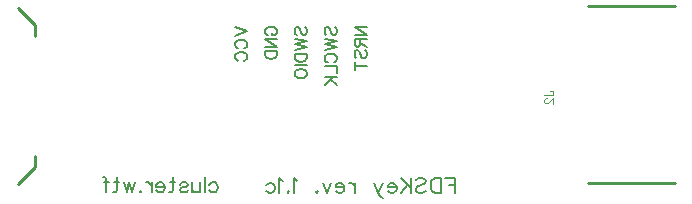
<source format=gbr>
G04 DipTrace 4.3.0.3*
G04 BottomSilk.gbr*
%MOIN*%
G04 #@! TF.FileFunction,Legend,Bot*
G04 #@! TF.Part,Single*
%ADD10C,0.009843*%
%ADD65C,0.00772*%
%ADD66C,0.006176*%
%ADD67C,0.004632*%
%FSLAX26Y26*%
G04*
G70*
G90*
G75*
G01*
G04 BotSilk*
%LPD*%
X740576Y1042570D2*
D10*
X796825Y986320D1*
X740576Y457333D2*
X796825Y513584D1*
Y948820D2*
Y986320D1*
Y513584D2*
Y551084D1*
X2641684Y1050148D2*
X2929085D1*
X2641684Y459597D2*
X2929085D1*
X2164627Y476645D2*
D65*
X2195744D1*
Y426405D1*
Y452713D2*
X2176621D1*
X2149188Y476645D2*
Y426405D1*
X2132441D1*
X2125256Y428837D1*
X2120448Y433590D1*
X2118071Y438398D1*
X2115694Y445528D1*
Y457522D1*
X2118071Y464707D1*
X2120448Y469460D1*
X2125256Y474268D1*
X2132441Y476645D1*
X2149188D1*
X2066762Y469460D2*
X2071515Y474268D1*
X2078700Y476645D1*
X2088262D1*
X2095447Y474268D1*
X2100255Y469460D1*
Y464707D1*
X2097823Y459898D1*
X2095447Y457522D1*
X2090694Y455145D1*
X2076323Y450337D1*
X2071515Y447960D1*
X2069138Y445528D1*
X2066762Y440775D1*
Y433590D1*
X2071515Y428837D1*
X2078700Y426405D1*
X2088262D1*
X2095447Y428837D1*
X2100255Y433590D1*
X2051323Y476645D2*
Y426405D1*
X2017829Y476645D2*
X2051323Y443152D1*
X2039384Y455145D2*
X2017829Y426405D1*
X2002390Y445528D2*
X1973705D1*
Y450337D1*
X1976082Y455145D1*
X1978458Y457522D1*
X1983267Y459898D1*
X1990452D1*
X1995205Y457522D1*
X2000013Y452713D1*
X2002390Y445528D1*
Y440775D1*
X2000013Y433590D1*
X1995205Y428837D1*
X1990452Y426405D1*
X1983267D1*
X1978458Y428837D1*
X1973705Y433590D1*
X1955834Y459898D2*
X1941519Y426405D1*
X1946272Y416843D1*
X1951081Y412035D1*
X1955834Y409658D1*
X1958266D1*
X1927149Y459898D2*
X1941519Y426405D1*
X1863109Y459898D2*
Y426405D1*
Y445528D2*
X1860677Y452713D1*
X1855924Y457522D1*
X1851115Y459898D1*
X1843930D1*
X1828491Y445528D2*
X1799806D1*
Y450337D1*
X1802183Y455145D1*
X1804559Y457522D1*
X1809368Y459898D1*
X1816553D1*
X1821306Y457522D1*
X1826115Y452713D1*
X1828491Y445528D1*
Y440775D1*
X1826115Y433590D1*
X1821306Y428837D1*
X1816553Y426405D1*
X1809368D1*
X1804559Y428837D1*
X1799806Y433590D1*
X1784367Y459898D2*
X1769997Y426405D1*
X1755682Y459898D1*
X1737866Y431213D2*
X1740243Y428782D1*
X1737866Y426405D1*
X1735434Y428782D1*
X1737866Y431213D1*
X1671394Y467028D2*
X1666586Y469460D1*
X1659401Y476590D1*
Y426405D1*
X1641585Y431213D2*
X1643962Y428782D1*
X1641585Y426405D1*
X1639153Y428782D1*
X1641585Y431213D1*
X1623714Y467028D2*
X1618905Y469460D1*
X1611720Y476590D1*
Y426405D1*
X1567541Y452713D2*
X1572349Y457522D1*
X1577158Y459898D1*
X1584288D1*
X1589096Y457522D1*
X1593849Y452713D1*
X1596281Y445528D1*
Y440775D1*
X1593849Y433590D1*
X1589096Y428837D1*
X1584288Y426405D1*
X1577158D1*
X1572349Y428837D1*
X1567541Y433590D1*
X1378965Y454263D2*
X1383774Y459072D1*
X1388582Y461448D1*
X1395712D1*
X1400521Y459072D1*
X1405274Y454263D1*
X1407706Y447078D1*
Y442325D1*
X1405274Y435140D1*
X1400521Y430387D1*
X1395712Y427955D1*
X1388582D1*
X1383774Y430387D1*
X1378965Y435140D1*
X1363526Y478195D2*
Y427955D1*
X1348087Y461448D2*
Y437516D1*
X1345710Y430387D1*
X1340902Y427955D1*
X1333717D1*
X1328964Y430387D1*
X1321779Y437516D1*
Y461448D2*
Y427955D1*
X1280031Y454263D2*
X1282408Y459072D1*
X1289593Y461448D1*
X1296778D1*
X1303963Y459072D1*
X1306339Y454263D1*
X1303963Y449510D1*
X1299154Y447078D1*
X1287216Y444702D1*
X1282408Y442325D1*
X1280031Y437516D1*
Y435140D1*
X1282408Y430387D1*
X1289593Y427955D1*
X1296778D1*
X1303963Y430387D1*
X1306339Y435140D1*
X1257407Y478195D2*
Y437516D1*
X1255030Y430387D1*
X1250222Y427955D1*
X1245469D1*
X1264592Y461448D2*
X1247845D1*
X1230029Y447078D2*
X1201344D1*
Y451887D1*
X1203721Y456695D1*
X1206098Y459072D1*
X1210906Y461448D1*
X1218091D1*
X1222844Y459072D1*
X1227653Y454263D1*
X1230029Y447078D1*
Y442325D1*
X1227653Y435140D1*
X1222844Y430387D1*
X1218091Y427955D1*
X1210906D1*
X1206098Y430387D1*
X1201344Y435140D1*
X1185905Y461448D2*
Y427955D1*
Y447078D2*
X1183473Y454263D1*
X1178720Y459072D1*
X1173912Y461448D1*
X1166727D1*
X1148911Y432763D2*
X1151287Y430331D1*
X1148911Y427955D1*
X1146479Y430331D1*
X1148911Y432763D1*
X1131040Y461448D2*
X1121478Y427955D1*
X1111916Y461448D1*
X1102355Y427955D1*
X1092793Y461448D1*
X1070169Y478195D2*
Y437516D1*
X1067792Y430387D1*
X1062984Y427955D1*
X1058231D1*
X1077354Y461448D2*
X1060607D1*
X1023668Y478195D2*
X1028421D1*
X1033230Y475818D1*
X1035606Y468633D1*
Y427955D1*
X1042791Y461448D2*
X1026045D1*
X1464133Y980343D2*
D66*
X1504325Y965044D1*
X1464133Y949746D1*
X1473683Y908698D2*
X1469881Y910600D1*
X1466034Y914446D1*
X1464133Y918249D1*
Y925898D1*
X1466034Y929745D1*
X1469881Y933547D1*
X1473683Y935493D1*
X1479431Y937394D1*
X1489026D1*
X1494730Y935493D1*
X1498577Y933547D1*
X1502379Y929745D1*
X1504325Y925898D1*
Y918249D1*
X1502379Y914446D1*
X1498577Y910600D1*
X1494730Y908698D1*
X1473683Y867651D2*
X1469881Y869552D1*
X1466034Y873399D1*
X1464133Y877202D1*
Y884851D1*
X1466034Y888698D1*
X1469881Y892500D1*
X1473683Y894446D1*
X1479431Y896347D1*
X1489026D1*
X1494730Y894446D1*
X1498577Y892500D1*
X1502379Y888698D1*
X1504325Y884851D1*
Y877202D1*
X1502379Y873399D1*
X1498577Y869552D1*
X1494730Y867651D1*
X1573321Y951647D2*
X1569518Y953548D1*
X1565671Y957395D1*
X1563770Y961197D1*
Y968847D1*
X1565671Y972694D1*
X1569518Y976496D1*
X1573321Y978442D1*
X1579069Y980343D1*
X1588663D1*
X1594367Y978442D1*
X1598214Y976496D1*
X1602016Y972694D1*
X1603962Y968847D1*
Y961197D1*
X1602016Y957395D1*
X1598214Y953548D1*
X1594367Y951647D1*
X1588663D1*
Y961197D1*
X1563770Y912501D2*
X1603962D1*
X1563770Y939295D1*
X1603962D1*
X1563770Y900149D2*
X1603962D1*
Y886752D1*
X1602016Y881004D1*
X1598214Y877157D1*
X1594367Y875256D1*
X1588663Y873355D1*
X1579069D1*
X1573321Y875256D1*
X1569518Y877157D1*
X1565671Y881004D1*
X1563770Y886752D1*
Y900149D1*
X1669155Y953548D2*
X1665309Y957351D1*
X1663407Y963099D1*
Y970748D1*
X1665309Y976496D1*
X1669155Y980343D1*
X1672958D1*
X1676805Y978397D1*
X1678706Y976496D1*
X1680607Y972694D1*
X1684454Y961197D1*
X1686355Y957351D1*
X1688301Y955449D1*
X1692103Y953548D1*
X1697851D1*
X1701654Y957351D1*
X1703599Y963099D1*
Y970748D1*
X1701654Y976496D1*
X1697851Y980343D1*
X1663407Y941197D2*
X1703599Y931602D1*
X1663407Y922051D1*
X1703599Y912501D1*
X1663407Y902906D1*
Y890555D2*
X1703599D1*
Y877157D1*
X1701654Y871409D1*
X1697851Y867562D1*
X1694005Y865661D1*
X1688301Y863760D1*
X1678706D1*
X1672958Y865661D1*
X1669155Y867562D1*
X1665309Y871409D1*
X1663407Y877157D1*
Y890555D1*
Y851409D2*
X1703599D1*
X1663407Y827561D2*
X1665309Y831408D1*
X1669155Y835210D1*
X1672958Y837156D1*
X1678706Y839057D1*
X1688301D1*
X1694005Y837156D1*
X1697851Y835210D1*
X1701654Y831408D1*
X1703599Y827561D1*
Y819912D1*
X1701654Y816109D1*
X1697851Y812262D1*
X1694005Y810361D1*
X1688301Y808460D1*
X1678706D1*
X1672958Y810361D1*
X1669155Y812262D1*
X1665309Y816109D1*
X1663407Y819912D1*
Y827561D1*
X1768793Y953548D2*
X1764946Y957351D1*
X1763045Y963099D1*
Y970748D1*
X1764946Y976496D1*
X1768793Y980343D1*
X1772595D1*
X1776442Y978397D1*
X1778343Y976496D1*
X1780245Y972694D1*
X1784091Y961197D1*
X1785993Y957351D1*
X1787938Y955449D1*
X1791741Y953548D1*
X1797489D1*
X1801291Y957351D1*
X1803237Y963099D1*
Y970748D1*
X1801291Y976496D1*
X1797489Y980343D1*
X1763045Y941197D2*
X1803237Y931602D1*
X1763045Y922051D1*
X1803237Y912501D1*
X1763045Y902906D1*
X1772595Y861859D2*
X1768793Y863760D1*
X1764946Y867607D1*
X1763045Y871409D1*
Y879059D1*
X1764946Y882905D1*
X1768793Y886708D1*
X1772595Y888653D1*
X1778343Y890555D1*
X1787938D1*
X1793642Y888653D1*
X1797489Y886708D1*
X1801291Y882905D1*
X1803237Y879059D1*
Y871409D1*
X1801291Y867607D1*
X1797489Y863760D1*
X1793642Y861859D1*
X1763045Y849507D2*
X1803237D1*
Y826559D1*
X1763045Y814208D2*
X1803237D1*
X1763045Y787413D2*
X1789839Y814208D1*
X1780245Y804657D2*
X1803237Y787413D1*
X1862682Y953548D2*
X1902874D1*
X1862682Y980343D1*
X1902874D1*
X1881827Y941197D2*
Y923997D1*
X1879882Y918249D1*
X1877981Y916303D1*
X1874178Y914402D1*
X1870331D1*
X1866529Y916303D1*
X1864583Y918249D1*
X1862682Y923997D1*
Y941197D1*
X1902874D1*
X1881827Y927799D2*
X1902874Y914402D1*
X1868430Y875256D2*
X1864583Y879059D1*
X1862682Y884807D1*
Y892456D1*
X1864583Y898204D1*
X1868430Y902051D1*
X1872233D1*
X1876079Y900105D1*
X1877981Y898204D1*
X1879882Y894401D1*
X1883729Y882905D1*
X1885630Y879059D1*
X1887575Y877157D1*
X1891378Y875256D1*
X1897126D1*
X1900929Y879059D1*
X1902874Y884807D1*
Y892456D1*
X1900929Y898204D1*
X1897126Y902051D1*
X1862682Y849507D2*
X1902874D1*
X1862682Y862905D2*
Y836110D1*
X2495388Y752530D2*
D67*
X2518336D1*
X2522647Y753956D1*
X2524073Y755416D1*
X2525532Y758267D1*
Y761152D1*
X2524073Y764004D1*
X2522647Y765430D1*
X2518336Y766889D1*
X2515484D1*
X2502584Y741808D2*
X2501158D1*
X2498273Y740382D1*
X2496847Y738956D1*
X2495421Y736071D1*
Y730334D1*
X2496847Y727482D1*
X2498273Y726056D1*
X2501158Y724597D1*
X2504010D1*
X2506895Y726056D1*
X2511173Y728908D1*
X2525532Y743267D1*
Y723171D1*
M02*

</source>
